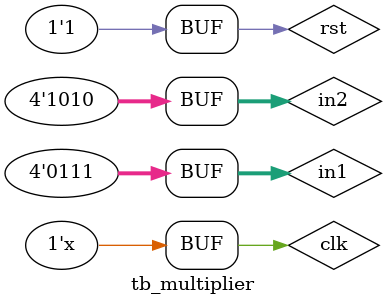
<source format=v>
`timescale 1ns / 1ps


module tb_multiplier;
    
    reg clk;
    reg rst;
    reg [3:0] in1;
    reg [3:0] in2;
    
    wire [7:0] out;
   
    multiplier_optimized uut(clk, rst, in1, in2, out);
    
    initial begin
    
        clk =0;
        in1 =0;
        in2 = 0;
        
        #100;
        in1 =7;
        in2 =10;
        #15 rst= 1;
        #10 rst= 0;
        #10 rst= 1;
        
     end
     
     always #10 clk = ~clk;
endmodule

</source>
